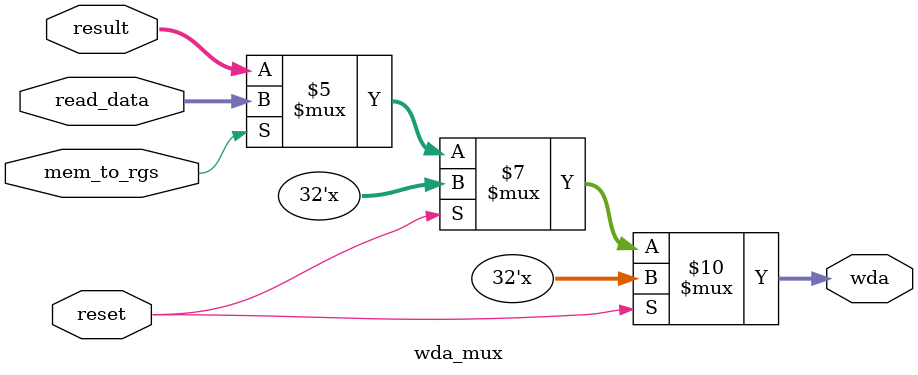
<source format=sv>
module wda_mux(
    input logic reset,
    input logic mem_to_rgs,
    input logic [31:0] result,
    input logic [31:0] read_data,
    output logic [31:0] wda
);

    always_comb begin
        if (reset == 1'b0) begin
            if (mem_to_rgs) begin
                wda = read_data;
            end else begin
                wda = result;
            end
        end
    end

endmodule

</source>
